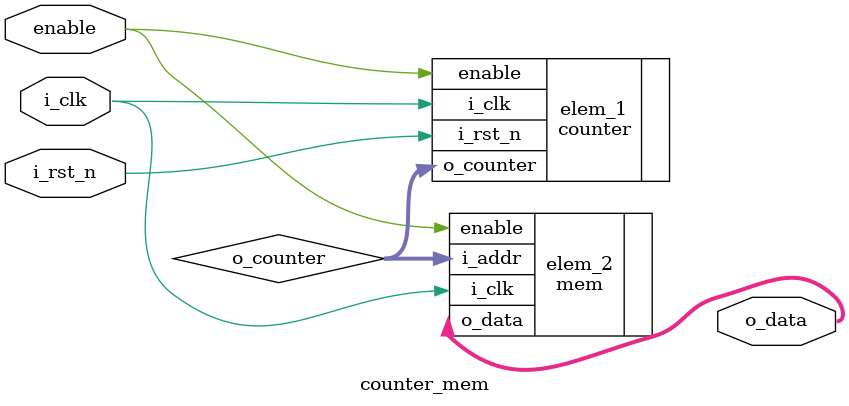
<source format=v>
module counter_mem (   //module done
    input i_clk,
    input i_rst_n,
    input enable,
    output [7:0] o_data
);

wire [4:0] o_counter;

counter elem_1(
    .i_clk(i_clk),
    .i_rst_n(i_rst_n),
    .enable(enable),
    .o_counter(o_counter)
);

mem elem_2(
    .i_clk(i_clk),
    .i_addr(o_counter),
    .enable(enable),
    .o_data(o_data)
);
    
endmodule
</source>
